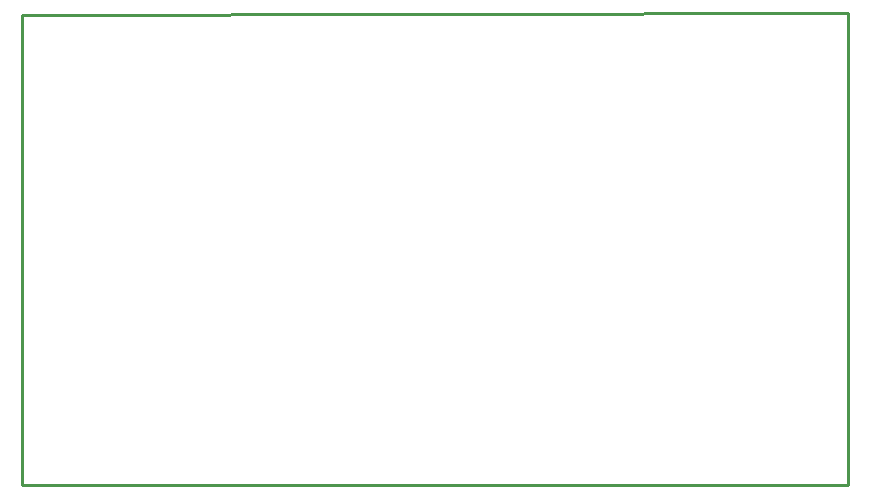
<source format=gbr>
G04 EAGLE Gerber RS-274X export*
G75*
%MOMM*%
%FSLAX34Y34*%
%LPD*%
%IN*%
%IPPOS*%
%AMOC8*
5,1,8,0,0,1.08239X$1,22.5*%
G01*
%ADD10C,0.254000*%


D10*
X140000Y397500D02*
X839140Y397500D01*
X838870Y796770D01*
X140000Y795500D01*
X140000Y397500D01*
M02*

</source>
